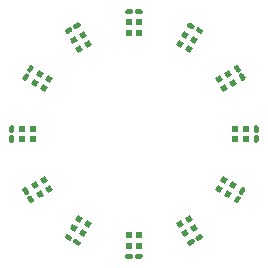
<source format=gts>
G04 #@! TF.GenerationSoftware,KiCad,Pcbnew,7.0.5.1-1-g8f565ef7f0-dirty-deb11*
G04 #@! TF.CreationDate,2023-05-31T21:04:00+00:00*
G04 #@! TF.ProjectId,pedalboard-led-ring,70656461-6c62-46f6-9172-642d6c65642d,1.0.0*
G04 #@! TF.SameCoordinates,Original*
G04 #@! TF.FileFunction,Soldermask,Top*
G04 #@! TF.FilePolarity,Negative*
%FSLAX46Y46*%
G04 Gerber Fmt 4.6, Leading zero omitted, Abs format (unit mm)*
G04 Created by KiCad (PCBNEW 7.0.5.1-1-g8f565ef7f0-dirty-deb11) date 2023-05-31 21:04:00*
%MOMM*%
%LPD*%
G01*
G04 APERTURE LIST*
%ADD10R,0.500000X0.500000*%
G04 APERTURE END LIST*
G36*
G01*
X-8514260Y-5752869D02*
X-8687466Y-5852869D01*
G75*
G02*
X-8824069Y-5816266I-50000J86603D01*
G01*
X-9041569Y-5439544D01*
G75*
G02*
X-9004966Y-5302941I86603J50000D01*
G01*
X-8831760Y-5202941D01*
G75*
G02*
X-8695157Y-5239544I50000J-86603D01*
G01*
X-8477657Y-5616266D01*
G75*
G02*
X-8514260Y-5752869I-86603J-50000D01*
G01*
G37*
G36*
G01*
X-8921760Y-5047059D02*
X-9094966Y-5147059D01*
G75*
G02*
X-9231569Y-5110456I-50000J86603D01*
G01*
X-9449069Y-4733734D01*
G75*
G02*
X-9412466Y-4597131I86603J50000D01*
G01*
X-9239260Y-4497131D01*
G75*
G02*
X-9102657Y-4533734I50000J-86603D01*
G01*
X-8885157Y-4910456D01*
G75*
G02*
X-8921760Y-5047059I-86603J-50000D01*
G01*
G37*
G36*
X4323205Y-7088012D02*
G01*
X4756217Y-6838012D01*
X5006217Y-7271024D01*
X4573205Y-7521024D01*
X4323205Y-7088012D01*
G37*
G36*
X3543783Y-7538012D02*
G01*
X3976795Y-7288012D01*
X4226795Y-7721024D01*
X3793783Y-7971024D01*
X3543783Y-7538012D01*
G37*
G36*
X3993783Y-8317434D02*
G01*
X4426795Y-8067434D01*
X4676795Y-8500446D01*
X4243783Y-8750446D01*
X3993783Y-8317434D01*
G37*
G36*
X4773205Y-7867434D02*
G01*
X5206217Y-7617434D01*
X5456217Y-8050446D01*
X5023205Y-8300446D01*
X4773205Y-7867434D01*
G37*
D10*
X8550000Y450000D03*
X8550000Y-450000D03*
X9450000Y-450000D03*
X9450000Y450000D03*
X-450000Y8550000D03*
X450000Y8550000D03*
X450000Y9450000D03*
X-450000Y9450000D03*
G36*
X7288012Y-3976795D02*
G01*
X7538012Y-3543783D01*
X7971024Y-3793783D01*
X7721024Y-4226795D01*
X7288012Y-3976795D01*
G37*
G36*
X6838012Y-4756217D02*
G01*
X7088012Y-4323205D01*
X7521024Y-4573205D01*
X7271024Y-5006217D01*
X6838012Y-4756217D01*
G37*
G36*
X7617434Y-5206217D02*
G01*
X7867434Y-4773205D01*
X8300446Y-5023205D01*
X8050446Y-5456217D01*
X7617434Y-5206217D01*
G37*
G36*
X8067434Y-4426795D02*
G01*
X8317434Y-3993783D01*
X8750446Y-4243783D01*
X8500446Y-4676795D01*
X8067434Y-4426795D01*
G37*
G36*
X-7088012Y-4323205D02*
G01*
X-6838012Y-4756217D01*
X-7271024Y-5006217D01*
X-7521024Y-4573205D01*
X-7088012Y-4323205D01*
G37*
G36*
X-7538012Y-3543783D02*
G01*
X-7288012Y-3976795D01*
X-7721024Y-4226795D01*
X-7971024Y-3793783D01*
X-7538012Y-3543783D01*
G37*
G36*
X-8317434Y-3993783D02*
G01*
X-8067434Y-4426795D01*
X-8500446Y-4676795D01*
X-8750446Y-4243783D01*
X-8317434Y-3993783D01*
G37*
G36*
X-7867434Y-4773205D02*
G01*
X-7617434Y-5206217D01*
X-8050446Y-5456217D01*
X-8300446Y-5023205D01*
X-7867434Y-4773205D01*
G37*
X450000Y-8550000D03*
X-450000Y-8550000D03*
X-450000Y-9450000D03*
X450000Y-9450000D03*
G36*
G01*
X5752869Y-8514260D02*
X5852869Y-8687466D01*
G75*
G02*
X5816266Y-8824069I-86603J-50000D01*
G01*
X5439544Y-9041569D01*
G75*
G02*
X5302941Y-9004966I-50000J86603D01*
G01*
X5202941Y-8831760D01*
G75*
G02*
X5239544Y-8695157I86603J50000D01*
G01*
X5616266Y-8477657D01*
G75*
G02*
X5752869Y-8514260I50000J-86603D01*
G01*
G37*
G36*
G01*
X5047059Y-8921760D02*
X5147059Y-9094966D01*
G75*
G02*
X5110456Y-9231569I-86603J-50000D01*
G01*
X4733734Y-9449069D01*
G75*
G02*
X4597131Y-9412466I-50000J86603D01*
G01*
X4497131Y-9239260D01*
G75*
G02*
X4533734Y-9102657I86603J50000D01*
G01*
X4910456Y-8885157D01*
G75*
G02*
X5047059Y-8921760I50000J-86603D01*
G01*
G37*
X-8550000Y-450000D03*
X-8550000Y450000D03*
X-9450000Y450000D03*
X-9450000Y-450000D03*
G36*
X-7288012Y3976795D02*
G01*
X-7538012Y3543783D01*
X-7971024Y3793783D01*
X-7721024Y4226795D01*
X-7288012Y3976795D01*
G37*
G36*
X-6838012Y4756217D02*
G01*
X-7088012Y4323205D01*
X-7521024Y4573205D01*
X-7271024Y5006217D01*
X-6838012Y4756217D01*
G37*
G36*
X-7617434Y5206217D02*
G01*
X-7867434Y4773205D01*
X-8300446Y5023205D01*
X-8050446Y5456217D01*
X-7617434Y5206217D01*
G37*
G36*
X-8067434Y4426795D02*
G01*
X-8317434Y3993783D01*
X-8750446Y4243783D01*
X-8500446Y4676795D01*
X-8067434Y4426795D01*
G37*
G36*
G01*
X9239260Y-4497131D02*
X9412466Y-4597131D01*
G75*
G02*
X9449069Y-4733734I-50000J-86603D01*
G01*
X9231569Y-5110456D01*
G75*
G02*
X9094966Y-5147059I-86603J50000D01*
G01*
X8921760Y-5047059D01*
G75*
G02*
X8885157Y-4910456I50000J86603D01*
G01*
X9102657Y-4533734D01*
G75*
G02*
X9239260Y-4497131I86603J-50000D01*
G01*
G37*
G36*
G01*
X8831760Y-5202941D02*
X9004966Y-5302941D01*
G75*
G02*
X9041569Y-5439544I-50000J-86603D01*
G01*
X8824069Y-5816266D01*
G75*
G02*
X8687466Y-5852869I-86603J50000D01*
G01*
X8514260Y-5752869D01*
G75*
G02*
X8477657Y-5616266I50000J86603D01*
G01*
X8695157Y-5239544D01*
G75*
G02*
X8831760Y-5202941I86603J-50000D01*
G01*
G37*
G36*
G01*
X-9239260Y4497131D02*
X-9412466Y4597131D01*
G75*
G02*
X-9449069Y4733734I50000J86603D01*
G01*
X-9231569Y5110456D01*
G75*
G02*
X-9094966Y5147059I86603J-50000D01*
G01*
X-8921760Y5047059D01*
G75*
G02*
X-8885157Y4910456I-50000J-86603D01*
G01*
X-9102657Y4533734D01*
G75*
G02*
X-9239260Y4497131I-86603J50000D01*
G01*
G37*
G36*
G01*
X-8831760Y5202941D02*
X-9004966Y5302941D01*
G75*
G02*
X-9041569Y5439544I50000J86603D01*
G01*
X-8824069Y5816266D01*
G75*
G02*
X-8687466Y5852869I86603J-50000D01*
G01*
X-8514260Y5752869D01*
G75*
G02*
X-8477657Y5616266I-50000J-86603D01*
G01*
X-8695157Y5239544D01*
G75*
G02*
X-8831760Y5202941I-86603J50000D01*
G01*
G37*
G36*
G01*
X-4497131Y-9239260D02*
X-4597131Y-9412466D01*
G75*
G02*
X-4733734Y-9449069I-86603J50000D01*
G01*
X-5110456Y-9231569D01*
G75*
G02*
X-5147059Y-9094966I50000J86603D01*
G01*
X-5047059Y-8921760D01*
G75*
G02*
X-4910456Y-8885157I86603J-50000D01*
G01*
X-4533734Y-9102657D01*
G75*
G02*
X-4497131Y-9239260I-50000J-86603D01*
G01*
G37*
G36*
G01*
X-5202941Y-8831760D02*
X-5302941Y-9004966D01*
G75*
G02*
X-5439544Y-9041569I-86603J50000D01*
G01*
X-5816266Y-8824069D01*
G75*
G02*
X-5852869Y-8687466I50000J86603D01*
G01*
X-5752869Y-8514260D01*
G75*
G02*
X-5616266Y-8477657I86603J-50000D01*
G01*
X-5239544Y-8695157D01*
G75*
G02*
X-5202941Y-8831760I-50000J-86603D01*
G01*
G37*
G36*
G01*
X-10250000Y-725000D02*
X-10450000Y-725000D01*
G75*
G02*
X-10550000Y-625000I0J100000D01*
G01*
X-10550000Y-190000D01*
G75*
G02*
X-10450000Y-90000I100000J0D01*
G01*
X-10250000Y-90000D01*
G75*
G02*
X-10150000Y-190000I0J-100000D01*
G01*
X-10150000Y-625000D01*
G75*
G02*
X-10250000Y-725000I-100000J0D01*
G01*
G37*
G36*
G01*
X-10250000Y90000D02*
X-10450000Y90000D01*
G75*
G02*
X-10550000Y190000I0J100000D01*
G01*
X-10550000Y625000D01*
G75*
G02*
X-10450000Y725000I100000J0D01*
G01*
X-10250000Y725000D01*
G75*
G02*
X-10150000Y625000I0J-100000D01*
G01*
X-10150000Y190000D01*
G75*
G02*
X-10250000Y90000I-100000J0D01*
G01*
G37*
G36*
G01*
X725000Y-10250000D02*
X725000Y-10450000D01*
G75*
G02*
X625000Y-10550000I-100000J0D01*
G01*
X190000Y-10550000D01*
G75*
G02*
X90000Y-10450000I0J100000D01*
G01*
X90000Y-10250000D01*
G75*
G02*
X190000Y-10150000I100000J0D01*
G01*
X625000Y-10150000D01*
G75*
G02*
X725000Y-10250000I0J-100000D01*
G01*
G37*
G36*
G01*
X-90000Y-10250000D02*
X-90000Y-10450000D01*
G75*
G02*
X-190000Y-10550000I-100000J0D01*
G01*
X-625000Y-10550000D01*
G75*
G02*
X-725000Y-10450000I0J100000D01*
G01*
X-725000Y-10250000D01*
G75*
G02*
X-625000Y-10150000I100000J0D01*
G01*
X-190000Y-10150000D01*
G75*
G02*
X-90000Y-10250000I0J-100000D01*
G01*
G37*
G36*
G01*
X4497131Y9239260D02*
X4597131Y9412466D01*
G75*
G02*
X4733734Y9449069I86603J-50000D01*
G01*
X5110456Y9231569D01*
G75*
G02*
X5147059Y9094966I-50000J-86603D01*
G01*
X5047059Y8921760D01*
G75*
G02*
X4910456Y8885157I-86603J50000D01*
G01*
X4533734Y9102657D01*
G75*
G02*
X4497131Y9239260I50000J86603D01*
G01*
G37*
G36*
G01*
X5202941Y8831760D02*
X5302941Y9004966D01*
G75*
G02*
X5439544Y9041569I86603J-50000D01*
G01*
X5816266Y8824069D01*
G75*
G02*
X5852869Y8687466I-50000J-86603D01*
G01*
X5752869Y8514260D01*
G75*
G02*
X5616266Y8477657I-86603J50000D01*
G01*
X5239544Y8695157D01*
G75*
G02*
X5202941Y8831760I50000J86603D01*
G01*
G37*
G36*
G01*
X8514260Y5752869D02*
X8687466Y5852869D01*
G75*
G02*
X8824069Y5816266I50000J-86603D01*
G01*
X9041569Y5439544D01*
G75*
G02*
X9004966Y5302941I-86603J-50000D01*
G01*
X8831760Y5202941D01*
G75*
G02*
X8695157Y5239544I-50000J86603D01*
G01*
X8477657Y5616266D01*
G75*
G02*
X8514260Y5752869I86603J50000D01*
G01*
G37*
G36*
G01*
X8921760Y5047059D02*
X9094966Y5147059D01*
G75*
G02*
X9231569Y5110456I50000J-86603D01*
G01*
X9449069Y4733734D01*
G75*
G02*
X9412466Y4597131I-86603J-50000D01*
G01*
X9239260Y4497131D01*
G75*
G02*
X9102657Y4533734I-50000J86603D01*
G01*
X8885157Y4910456D01*
G75*
G02*
X8921760Y5047059I86603J50000D01*
G01*
G37*
G36*
G01*
X-5752869Y8514260D02*
X-5852869Y8687466D01*
G75*
G02*
X-5816266Y8824069I86603J50000D01*
G01*
X-5439544Y9041569D01*
G75*
G02*
X-5302941Y9004966I50000J-86603D01*
G01*
X-5202941Y8831760D01*
G75*
G02*
X-5239544Y8695157I-86603J-50000D01*
G01*
X-5616266Y8477657D01*
G75*
G02*
X-5752869Y8514260I-50000J86603D01*
G01*
G37*
G36*
G01*
X-5047059Y8921760D02*
X-5147059Y9094966D01*
G75*
G02*
X-5110456Y9231569I86603J50000D01*
G01*
X-4733734Y9449069D01*
G75*
G02*
X-4597131Y9412466I50000J-86603D01*
G01*
X-4497131Y9239260D01*
G75*
G02*
X-4533734Y9102657I-86603J-50000D01*
G01*
X-4910456Y8885157D01*
G75*
G02*
X-5047059Y8921760I-50000J86603D01*
G01*
G37*
G36*
X7088012Y4323205D02*
G01*
X6838012Y4756217D01*
X7271024Y5006217D01*
X7521024Y4573205D01*
X7088012Y4323205D01*
G37*
G36*
X7538012Y3543783D02*
G01*
X7288012Y3976795D01*
X7721024Y4226795D01*
X7971024Y3793783D01*
X7538012Y3543783D01*
G37*
G36*
X8317434Y3993783D02*
G01*
X8067434Y4426795D01*
X8500446Y4676795D01*
X8750446Y4243783D01*
X8317434Y3993783D01*
G37*
G36*
X7867434Y4773205D02*
G01*
X7617434Y5206217D01*
X8050446Y5456217D01*
X8300446Y5023205D01*
X7867434Y4773205D01*
G37*
G36*
G01*
X10250000Y725000D02*
X10450000Y725000D01*
G75*
G02*
X10550000Y625000I0J-100000D01*
G01*
X10550000Y190000D01*
G75*
G02*
X10450000Y90000I-100000J0D01*
G01*
X10250000Y90000D01*
G75*
G02*
X10150000Y190000I0J100000D01*
G01*
X10150000Y625000D01*
G75*
G02*
X10250000Y725000I100000J0D01*
G01*
G37*
G36*
G01*
X10250000Y-90000D02*
X10450000Y-90000D01*
G75*
G02*
X10550000Y-190000I0J-100000D01*
G01*
X10550000Y-625000D01*
G75*
G02*
X10450000Y-725000I-100000J0D01*
G01*
X10250000Y-725000D01*
G75*
G02*
X10150000Y-625000I0J100000D01*
G01*
X10150000Y-190000D01*
G75*
G02*
X10250000Y-90000I100000J0D01*
G01*
G37*
G36*
X-4323205Y7088012D02*
G01*
X-4756217Y6838012D01*
X-5006217Y7271024D01*
X-4573205Y7521024D01*
X-4323205Y7088012D01*
G37*
G36*
X-3543783Y7538012D02*
G01*
X-3976795Y7288012D01*
X-4226795Y7721024D01*
X-3793783Y7971024D01*
X-3543783Y7538012D01*
G37*
G36*
X-3993783Y8317434D02*
G01*
X-4426795Y8067434D01*
X-4676795Y8500446D01*
X-4243783Y8750446D01*
X-3993783Y8317434D01*
G37*
G36*
X-4773205Y7867434D02*
G01*
X-5206217Y7617434D01*
X-5456217Y8050446D01*
X-5023205Y8300446D01*
X-4773205Y7867434D01*
G37*
G36*
X-3976795Y-7288012D02*
G01*
X-3543783Y-7538012D01*
X-3793783Y-7971024D01*
X-4226795Y-7721024D01*
X-3976795Y-7288012D01*
G37*
G36*
X-4756217Y-6838012D02*
G01*
X-4323205Y-7088012D01*
X-4573205Y-7521024D01*
X-5006217Y-7271024D01*
X-4756217Y-6838012D01*
G37*
G36*
X-5206217Y-7617434D02*
G01*
X-4773205Y-7867434D01*
X-5023205Y-8300446D01*
X-5456217Y-8050446D01*
X-5206217Y-7617434D01*
G37*
G36*
X-4426795Y-8067434D02*
G01*
X-3993783Y-8317434D01*
X-4243783Y-8750446D01*
X-4676795Y-8500446D01*
X-4426795Y-8067434D01*
G37*
G36*
X3976795Y7288012D02*
G01*
X3543783Y7538012D01*
X3793783Y7971024D01*
X4226795Y7721024D01*
X3976795Y7288012D01*
G37*
G36*
X4756217Y6838012D02*
G01*
X4323205Y7088012D01*
X4573205Y7521024D01*
X5006217Y7271024D01*
X4756217Y6838012D01*
G37*
G36*
X5206217Y7617434D02*
G01*
X4773205Y7867434D01*
X5023205Y8300446D01*
X5456217Y8050446D01*
X5206217Y7617434D01*
G37*
G36*
X4426795Y8067434D02*
G01*
X3993783Y8317434D01*
X4243783Y8750446D01*
X4676795Y8500446D01*
X4426795Y8067434D01*
G37*
G36*
G01*
X-725000Y10250000D02*
X-725000Y10450000D01*
G75*
G02*
X-625000Y10550000I100000J0D01*
G01*
X-190000Y10550000D01*
G75*
G02*
X-90000Y10450000I0J-100000D01*
G01*
X-90000Y10250000D01*
G75*
G02*
X-190000Y10150000I-100000J0D01*
G01*
X-625000Y10150000D01*
G75*
G02*
X-725000Y10250000I0J100000D01*
G01*
G37*
G36*
G01*
X90000Y10250000D02*
X90000Y10450000D01*
G75*
G02*
X190000Y10550000I100000J0D01*
G01*
X625000Y10550000D01*
G75*
G02*
X725000Y10450000I0J-100000D01*
G01*
X725000Y10250000D01*
G75*
G02*
X625000Y10150000I-100000J0D01*
G01*
X190000Y10150000D01*
G75*
G02*
X90000Y10250000I0J100000D01*
G01*
G37*
M02*

</source>
